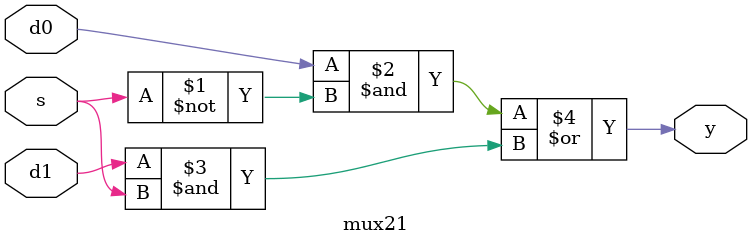
<source format=v>
`timescale 1ns / 1ps
module mux21(
    input d0,
    input d1,
    input s,
    output y
    );
	 assign y=(d0&~s)|(d1&s);


endmodule

</source>
